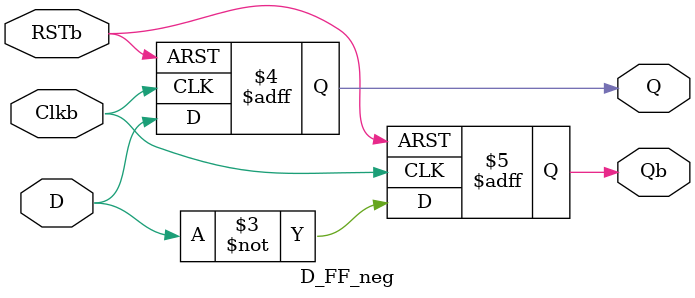
<source format=sv>
module D_FF_neg(
	input logic D,Clkb,RSTb,
	output logic Q,Qb
);
 always_ff @(posedge Clkb or negedge RSTb) begin 
 	if(RSTb == 0) begin
 		Q  <= 0;
 		Qb <= 0;
 	end else begin
 		Q <= D ;
 		Qb <= ~D;
 	end
 end

endmodule : D_FF_neg
</source>
